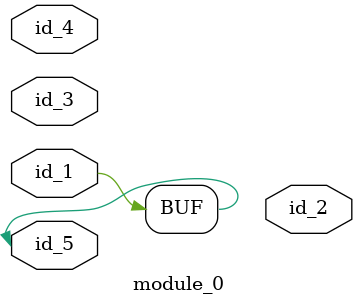
<source format=v>
module module_0 (
    id_1,
    id_2,
    id_3,
    id_4,
    id_5
);
  input id_5;
  input id_4;
  input id_3;
  output id_2;
  input id_1;
  id_6 id_7 (
      .id_5(id_2 & id_3),
      .id_5(id_4),
      .id_5(id_4)
  );
  assign id_5 = id_1;
endmodule

</source>
